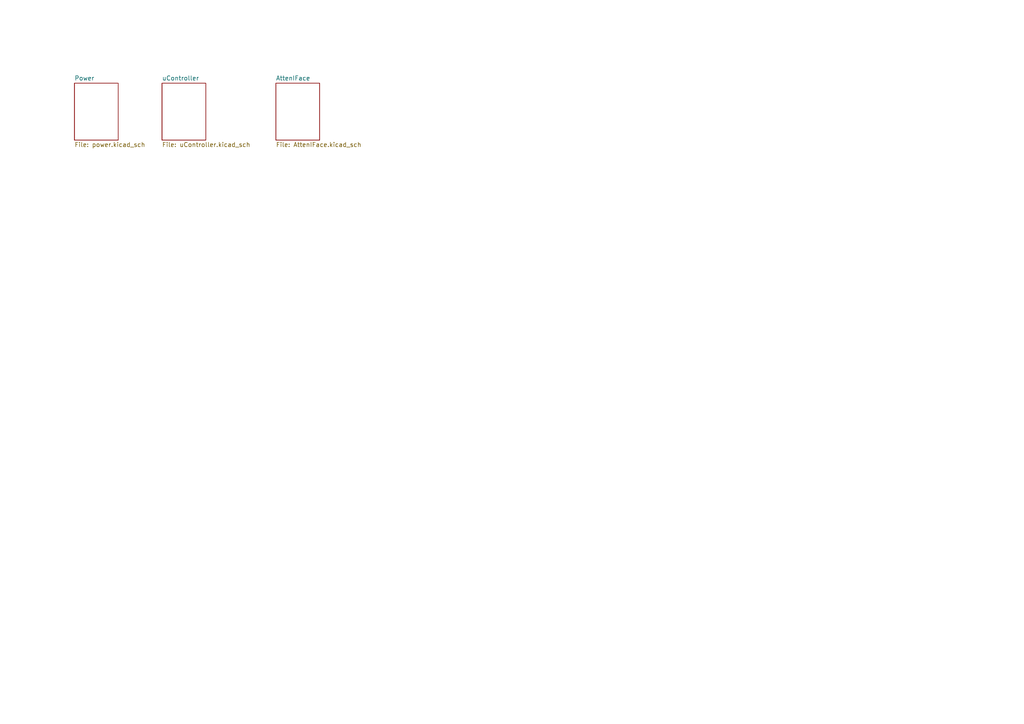
<source format=kicad_sch>
(kicad_sch
	(version 20231120)
	(generator "eeschema")
	(generator_version "8.0")
	(uuid "05725277-f916-41de-9b08-3e24bb187c9c")
	(paper "A4")
	(title_block
		(title "Keysight 8769M USB Controller")
		(rev "A")
	)
	(lib_symbols)
	(sheet
		(at 21.59 24.13)
		(size 12.7 16.51)
		(fields_autoplaced yes)
		(stroke
			(width 0.1524)
			(type solid)
		)
		(fill
			(color 0 0 0 0.0000)
		)
		(uuid "83c19abe-8982-4cec-b306-eb0680e2921a")
		(property "Sheetname" "Power"
			(at 21.59 23.4184 0)
			(effects
				(font
					(size 1.27 1.27)
				)
				(justify left bottom)
			)
		)
		(property "Sheetfile" "power.kicad_sch"
			(at 21.59 41.2246 0)
			(effects
				(font
					(size 1.27 1.27)
				)
				(justify left top)
			)
		)
		(instances
			(project "USB_8769M"
				(path "/05725277-f916-41de-9b08-3e24bb187c9c"
					(page "2")
				)
			)
		)
	)
	(sheet
		(at 46.99 24.13)
		(size 12.7 16.51)
		(fields_autoplaced yes)
		(stroke
			(width 0.1524)
			(type solid)
		)
		(fill
			(color 0 0 0 0.0000)
		)
		(uuid "a7dd05cd-dc8b-4c10-b82d-5446c7ae4287")
		(property "Sheetname" "uController"
			(at 46.99 23.4184 0)
			(effects
				(font
					(size 1.27 1.27)
				)
				(justify left bottom)
			)
		)
		(property "Sheetfile" "uController.kicad_sch"
			(at 46.99 41.2246 0)
			(effects
				(font
					(size 1.27 1.27)
				)
				(justify left top)
			)
		)
		(instances
			(project "USB_8769M"
				(path "/05725277-f916-41de-9b08-3e24bb187c9c"
					(page "3")
				)
			)
		)
	)
	(sheet
		(at 80.01 24.13)
		(size 12.7 16.51)
		(fields_autoplaced yes)
		(stroke
			(width 0.1524)
			(type solid)
		)
		(fill
			(color 0 0 0 0.0000)
		)
		(uuid "bd317254-8792-4ab3-b557-b72d3ef89f08")
		(property "Sheetname" "AttenIFace"
			(at 80.01 23.4184 0)
			(effects
				(font
					(size 1.27 1.27)
				)
				(justify left bottom)
			)
		)
		(property "Sheetfile" "AttenIFace.kicad_sch"
			(at 80.01 41.2246 0)
			(effects
				(font
					(size 1.27 1.27)
				)
				(justify left top)
			)
		)
		(instances
			(project "USB_8769M"
				(path "/05725277-f916-41de-9b08-3e24bb187c9c"
					(page "4")
				)
			)
		)
	)
	(sheet_instances
		(path "/"
			(page "1")
		)
	)
)

</source>
